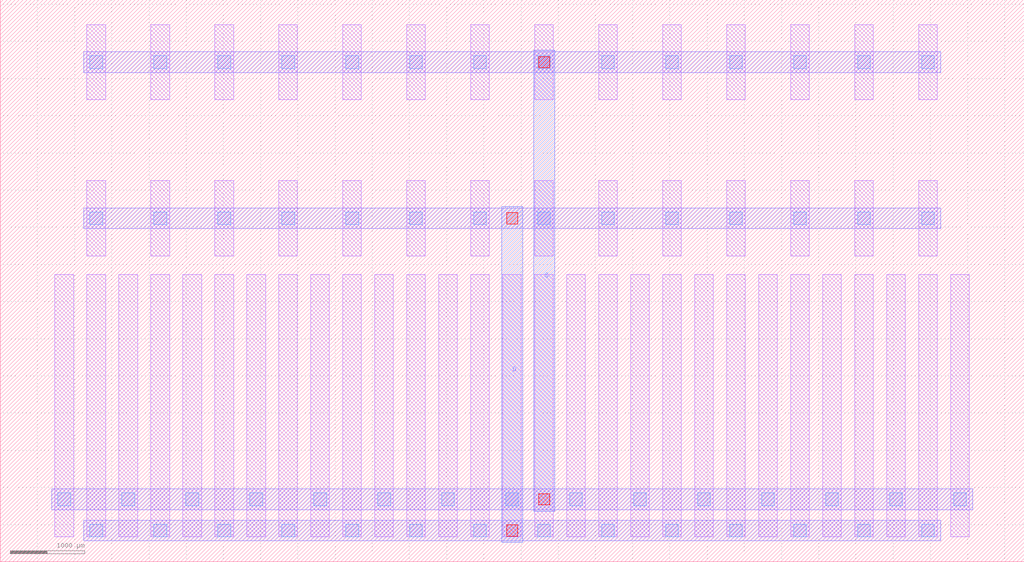
<source format=lef>
MACRO DCL_NMOS_S_91990922_X14_Y1
  UNITS 
    DATABASE MICRONS UNITS 1000;
  END UNITS 
  ORIGIN 0 0 ;
  FOREIGN DCL_NMOS_S_91990922_X14_Y1 0 0 ;
  SIZE 13760 BY 7560 ;
  PIN D
    DIRECTION INOUT ;
    USE SIGNAL ;
    PORT
      LAYER M3 ;
        RECT 6740 260 7020 4780 ;
    END
  END D
  PIN S
    DIRECTION INOUT ;
    USE SIGNAL ;
    PORT
      LAYER M3 ;
        RECT 7170 680 7450 6880 ;
    END
  END S
  OBS
    LAYER M1 ;
      RECT 1165 335 1415 3865 ;
    LAYER M1 ;
      RECT 1165 4115 1415 5125 ;
    LAYER M1 ;
      RECT 1165 6215 1415 7225 ;
    LAYER M1 ;
      RECT 735 335 985 3865 ;
    LAYER M1 ;
      RECT 1595 335 1845 3865 ;
    LAYER M1 ;
      RECT 2025 335 2275 3865 ;
    LAYER M1 ;
      RECT 2025 4115 2275 5125 ;
    LAYER M1 ;
      RECT 2025 6215 2275 7225 ;
    LAYER M1 ;
      RECT 2455 335 2705 3865 ;
    LAYER M1 ;
      RECT 2885 335 3135 3865 ;
    LAYER M1 ;
      RECT 2885 4115 3135 5125 ;
    LAYER M1 ;
      RECT 2885 6215 3135 7225 ;
    LAYER M1 ;
      RECT 3315 335 3565 3865 ;
    LAYER M1 ;
      RECT 3745 335 3995 3865 ;
    LAYER M1 ;
      RECT 3745 4115 3995 5125 ;
    LAYER M1 ;
      RECT 3745 6215 3995 7225 ;
    LAYER M1 ;
      RECT 4175 335 4425 3865 ;
    LAYER M1 ;
      RECT 4605 335 4855 3865 ;
    LAYER M1 ;
      RECT 4605 4115 4855 5125 ;
    LAYER M1 ;
      RECT 4605 6215 4855 7225 ;
    LAYER M1 ;
      RECT 5035 335 5285 3865 ;
    LAYER M1 ;
      RECT 5465 335 5715 3865 ;
    LAYER M1 ;
      RECT 5465 4115 5715 5125 ;
    LAYER M1 ;
      RECT 5465 6215 5715 7225 ;
    LAYER M1 ;
      RECT 5895 335 6145 3865 ;
    LAYER M1 ;
      RECT 6325 335 6575 3865 ;
    LAYER M1 ;
      RECT 6325 4115 6575 5125 ;
    LAYER M1 ;
      RECT 6325 6215 6575 7225 ;
    LAYER M1 ;
      RECT 6755 335 7005 3865 ;
    LAYER M1 ;
      RECT 7185 335 7435 3865 ;
    LAYER M1 ;
      RECT 7185 4115 7435 5125 ;
    LAYER M1 ;
      RECT 7185 6215 7435 7225 ;
    LAYER M1 ;
      RECT 7615 335 7865 3865 ;
    LAYER M1 ;
      RECT 8045 335 8295 3865 ;
    LAYER M1 ;
      RECT 8045 4115 8295 5125 ;
    LAYER M1 ;
      RECT 8045 6215 8295 7225 ;
    LAYER M1 ;
      RECT 8475 335 8725 3865 ;
    LAYER M1 ;
      RECT 8905 335 9155 3865 ;
    LAYER M1 ;
      RECT 8905 4115 9155 5125 ;
    LAYER M1 ;
      RECT 8905 6215 9155 7225 ;
    LAYER M1 ;
      RECT 9335 335 9585 3865 ;
    LAYER M1 ;
      RECT 9765 335 10015 3865 ;
    LAYER M1 ;
      RECT 9765 4115 10015 5125 ;
    LAYER M1 ;
      RECT 9765 6215 10015 7225 ;
    LAYER M1 ;
      RECT 10195 335 10445 3865 ;
    LAYER M1 ;
      RECT 10625 335 10875 3865 ;
    LAYER M1 ;
      RECT 10625 4115 10875 5125 ;
    LAYER M1 ;
      RECT 10625 6215 10875 7225 ;
    LAYER M1 ;
      RECT 11055 335 11305 3865 ;
    LAYER M1 ;
      RECT 11485 335 11735 3865 ;
    LAYER M1 ;
      RECT 11485 4115 11735 5125 ;
    LAYER M1 ;
      RECT 11485 6215 11735 7225 ;
    LAYER M1 ;
      RECT 11915 335 12165 3865 ;
    LAYER M1 ;
      RECT 12345 335 12595 3865 ;
    LAYER M1 ;
      RECT 12345 4115 12595 5125 ;
    LAYER M1 ;
      RECT 12345 6215 12595 7225 ;
    LAYER M1 ;
      RECT 12775 335 13025 3865 ;
    LAYER M2 ;
      RECT 1120 4480 12640 4760 ;
    LAYER M2 ;
      RECT 1120 280 12640 560 ;
    LAYER M2 ;
      RECT 1120 6580 12640 6860 ;
    LAYER M2 ;
      RECT 690 700 13070 980 ;
    LAYER V1 ;
      RECT 1205 335 1375 505 ;
    LAYER V1 ;
      RECT 1205 4535 1375 4705 ;
    LAYER V1 ;
      RECT 1205 6635 1375 6805 ;
    LAYER V1 ;
      RECT 2065 335 2235 505 ;
    LAYER V1 ;
      RECT 2065 4535 2235 4705 ;
    LAYER V1 ;
      RECT 2065 6635 2235 6805 ;
    LAYER V1 ;
      RECT 2925 335 3095 505 ;
    LAYER V1 ;
      RECT 2925 4535 3095 4705 ;
    LAYER V1 ;
      RECT 2925 6635 3095 6805 ;
    LAYER V1 ;
      RECT 3785 335 3955 505 ;
    LAYER V1 ;
      RECT 3785 4535 3955 4705 ;
    LAYER V1 ;
      RECT 3785 6635 3955 6805 ;
    LAYER V1 ;
      RECT 4645 335 4815 505 ;
    LAYER V1 ;
      RECT 4645 4535 4815 4705 ;
    LAYER V1 ;
      RECT 4645 6635 4815 6805 ;
    LAYER V1 ;
      RECT 5505 335 5675 505 ;
    LAYER V1 ;
      RECT 5505 4535 5675 4705 ;
    LAYER V1 ;
      RECT 5505 6635 5675 6805 ;
    LAYER V1 ;
      RECT 6365 335 6535 505 ;
    LAYER V1 ;
      RECT 6365 4535 6535 4705 ;
    LAYER V1 ;
      RECT 6365 6635 6535 6805 ;
    LAYER V1 ;
      RECT 7225 335 7395 505 ;
    LAYER V1 ;
      RECT 7225 4535 7395 4705 ;
    LAYER V1 ;
      RECT 7225 6635 7395 6805 ;
    LAYER V1 ;
      RECT 8085 335 8255 505 ;
    LAYER V1 ;
      RECT 8085 4535 8255 4705 ;
    LAYER V1 ;
      RECT 8085 6635 8255 6805 ;
    LAYER V1 ;
      RECT 8945 335 9115 505 ;
    LAYER V1 ;
      RECT 8945 4535 9115 4705 ;
    LAYER V1 ;
      RECT 8945 6635 9115 6805 ;
    LAYER V1 ;
      RECT 9805 335 9975 505 ;
    LAYER V1 ;
      RECT 9805 4535 9975 4705 ;
    LAYER V1 ;
      RECT 9805 6635 9975 6805 ;
    LAYER V1 ;
      RECT 10665 335 10835 505 ;
    LAYER V1 ;
      RECT 10665 4535 10835 4705 ;
    LAYER V1 ;
      RECT 10665 6635 10835 6805 ;
    LAYER V1 ;
      RECT 11525 335 11695 505 ;
    LAYER V1 ;
      RECT 11525 4535 11695 4705 ;
    LAYER V1 ;
      RECT 11525 6635 11695 6805 ;
    LAYER V1 ;
      RECT 12385 335 12555 505 ;
    LAYER V1 ;
      RECT 12385 4535 12555 4705 ;
    LAYER V1 ;
      RECT 12385 6635 12555 6805 ;
    LAYER V1 ;
      RECT 775 755 945 925 ;
    LAYER V1 ;
      RECT 1635 755 1805 925 ;
    LAYER V1 ;
      RECT 2495 755 2665 925 ;
    LAYER V1 ;
      RECT 3355 755 3525 925 ;
    LAYER V1 ;
      RECT 4215 755 4385 925 ;
    LAYER V1 ;
      RECT 5075 755 5245 925 ;
    LAYER V1 ;
      RECT 5935 755 6105 925 ;
    LAYER V1 ;
      RECT 6795 755 6965 925 ;
    LAYER V1 ;
      RECT 7655 755 7825 925 ;
    LAYER V1 ;
      RECT 8515 755 8685 925 ;
    LAYER V1 ;
      RECT 9375 755 9545 925 ;
    LAYER V1 ;
      RECT 10235 755 10405 925 ;
    LAYER V1 ;
      RECT 11095 755 11265 925 ;
    LAYER V1 ;
      RECT 11955 755 12125 925 ;
    LAYER V1 ;
      RECT 12815 755 12985 925 ;
    LAYER V2 ;
      RECT 6805 345 6955 495 ;
    LAYER V2 ;
      RECT 6805 4545 6955 4695 ;
    LAYER V2 ;
      RECT 7235 765 7385 915 ;
    LAYER V2 ;
      RECT 7235 6645 7385 6795 ;
  END
END DCL_NMOS_S_91990922_X14_Y1

</source>
